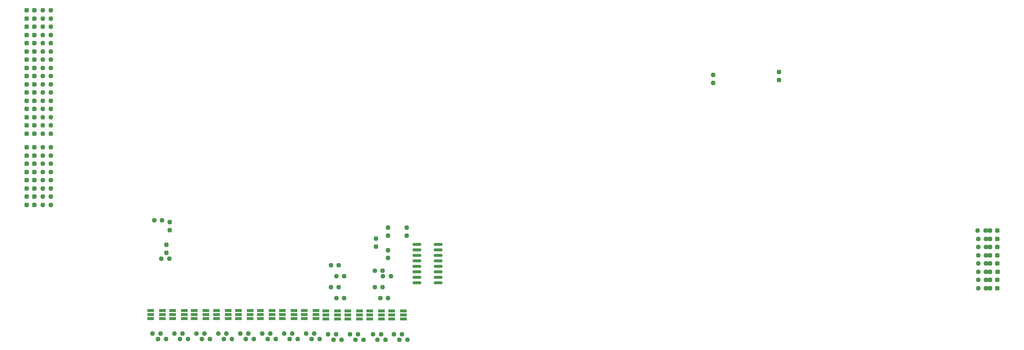
<source format=gbr>
%TF.GenerationSoftware,KiCad,Pcbnew,7.0.5*%
%TF.CreationDate,2024-08-20T05:02:14-04:00*%
%TF.ProjectId,processor_attempt_1,70726f63-6573-4736-9f72-5f617474656d,rev?*%
%TF.SameCoordinates,Original*%
%TF.FileFunction,Paste,Bot*%
%TF.FilePolarity,Positive*%
%FSLAX46Y46*%
G04 Gerber Fmt 4.6, Leading zero omitted, Abs format (unit mm)*
G04 Created by KiCad (PCBNEW 7.0.5) date 2024-08-20 05:02:14*
%MOMM*%
%LPD*%
G01*
G04 APERTURE LIST*
G04 Aperture macros list*
%AMRoundRect*
0 Rectangle with rounded corners*
0 $1 Rounding radius*
0 $2 $3 $4 $5 $6 $7 $8 $9 X,Y pos of 4 corners*
0 Add a 4 corners polygon primitive as box body*
4,1,4,$2,$3,$4,$5,$6,$7,$8,$9,$2,$3,0*
0 Add four circle primitives for the rounded corners*
1,1,$1+$1,$2,$3*
1,1,$1+$1,$4,$5*
1,1,$1+$1,$6,$7*
1,1,$1+$1,$8,$9*
0 Add four rect primitives between the rounded corners*
20,1,$1+$1,$2,$3,$4,$5,0*
20,1,$1+$1,$4,$5,$6,$7,0*
20,1,$1+$1,$6,$7,$8,$9,0*
20,1,$1+$1,$8,$9,$2,$3,0*%
G04 Aperture macros list end*
%ADD10RoundRect,0.237500X0.237500X-0.250000X0.237500X0.250000X-0.237500X0.250000X-0.237500X-0.250000X0*%
%ADD11RoundRect,0.237500X-0.237500X0.250000X-0.237500X-0.250000X0.237500X-0.250000X0.237500X0.250000X0*%
%ADD12RoundRect,0.237500X-0.250000X-0.237500X0.250000X-0.237500X0.250000X0.237500X-0.250000X0.237500X0*%
%ADD13RoundRect,0.237500X-0.287500X-0.237500X0.287500X-0.237500X0.287500X0.237500X-0.287500X0.237500X0*%
%ADD14RoundRect,0.237500X0.250000X0.237500X-0.250000X0.237500X-0.250000X-0.237500X0.250000X-0.237500X0*%
%ADD15R,1.560000X0.650000*%
%ADD16RoundRect,0.237500X0.287500X0.237500X-0.287500X0.237500X-0.287500X-0.237500X0.287500X-0.237500X0*%
%ADD17RoundRect,0.150000X0.825000X0.150000X-0.825000X0.150000X-0.825000X-0.150000X0.825000X-0.150000X0*%
G04 APERTURE END LIST*
D10*
%TO.C,R142*%
X200025000Y-47347500D03*
X200025000Y-49172500D03*
%TD*%
D11*
%TO.C,R141*%
X184785000Y-49807500D03*
X184785000Y-47982500D03*
%TD*%
D12*
%TO.C,R102*%
X56999500Y-90551000D03*
X58824500Y-90551000D03*
%TD*%
%TO.C,R99*%
X55348500Y-81661000D03*
X57173500Y-81661000D03*
%TD*%
D11*
%TO.C,R100*%
X58928000Y-82145500D03*
X58928000Y-83970500D03*
%TD*%
D10*
%TO.C,R101*%
X58166000Y-87352500D03*
X58166000Y-89177500D03*
%TD*%
D12*
%TO.C,r60*%
X29586250Y-44450000D03*
X31411250Y-44450000D03*
%TD*%
%TO.C,r69*%
X29586250Y-68580000D03*
X31411250Y-68580000D03*
%TD*%
D13*
%TO.C,D7*%
X25813750Y-50165000D03*
X27563750Y-50165000D03*
%TD*%
D12*
%TO.C,R10*%
X85447500Y-107950000D03*
X87272500Y-107950000D03*
%TD*%
%TO.C,r73*%
X29586250Y-76200000D03*
X31411250Y-76200000D03*
%TD*%
%TO.C,R48*%
X100673805Y-108059911D03*
X102498805Y-108059911D03*
%TD*%
%TO.C,r52*%
X29586250Y-59690000D03*
X31411250Y-59690000D03*
%TD*%
D13*
%TO.C,D23*%
X25813750Y-76200000D03*
X27563750Y-76200000D03*
%TD*%
D12*
%TO.C,r58*%
X29586250Y-48260000D03*
X31411250Y-48260000D03*
%TD*%
D14*
%TO.C,R9*%
X88542500Y-109220000D03*
X86717500Y-109220000D03*
%TD*%
D12*
%TO.C,R44*%
X110833805Y-108059911D03*
X112658805Y-108059911D03*
%TD*%
D10*
%TO.C,R103*%
X113792000Y-85240500D03*
X113792000Y-83415500D03*
%TD*%
D14*
%TO.C,R5*%
X93622500Y-109220000D03*
X91797500Y-109220000D03*
%TD*%
D15*
%TO.C,Q3*%
X82630000Y-102555000D03*
X82630000Y-103505000D03*
X82630000Y-104455000D03*
X79930000Y-104455000D03*
X79930000Y-103505000D03*
X79930000Y-102555000D03*
%TD*%
D16*
%TO.C,D42*%
X250547432Y-85974948D03*
X248797432Y-85974948D03*
%TD*%
D14*
%TO.C,r94*%
X247923455Y-89787841D03*
X246098455Y-89787841D03*
%TD*%
%TO.C,R45*%
X108848805Y-109329911D03*
X107023805Y-109329911D03*
%TD*%
D12*
%TO.C,r70*%
X29586250Y-70485000D03*
X31411250Y-70485000D03*
%TD*%
D16*
%TO.C,D45*%
X250557000Y-91694000D03*
X248807000Y-91694000D03*
%TD*%
D13*
%TO.C,D19*%
X25813750Y-68580000D03*
X27563750Y-68580000D03*
%TD*%
D12*
%TO.C,R18*%
X75287500Y-107950000D03*
X77112500Y-107950000D03*
%TD*%
%TO.C,r64*%
X29586250Y-36830000D03*
X31411250Y-36830000D03*
%TD*%
D13*
%TO.C,D12*%
X25813750Y-40640000D03*
X27563750Y-40640000D03*
%TD*%
D12*
%TO.C,R24*%
X70207500Y-107950000D03*
X72032500Y-107950000D03*
%TD*%
D14*
%TO.C,r96*%
X247927500Y-93599000D03*
X246102500Y-93599000D03*
%TD*%
D13*
%TO.C,D3*%
X25813750Y-57785000D03*
X27563750Y-57785000D03*
%TD*%
D14*
%TO.C,r95*%
X247941674Y-91685466D03*
X246116674Y-91685466D03*
%TD*%
D12*
%TO.C,r62*%
X29586250Y-40640000D03*
X31411250Y-40640000D03*
%TD*%
D15*
%TO.C,Q11*%
X102856305Y-102664911D03*
X102856305Y-103614911D03*
X102856305Y-104564911D03*
X100156305Y-104564911D03*
X100156305Y-103614911D03*
X100156305Y-102664911D03*
%TD*%
D13*
%TO.C,D14*%
X25813750Y-36830000D03*
X27563750Y-36830000D03*
%TD*%
D12*
%TO.C,R46*%
X106031305Y-108059911D03*
X107856305Y-108059911D03*
%TD*%
D16*
%TO.C,D41*%
X250557000Y-84074000D03*
X248807000Y-84074000D03*
%TD*%
D14*
%TO.C,R41*%
X98067500Y-97155000D03*
X96242500Y-97155000D03*
%TD*%
D12*
%TO.C,R8*%
X90527500Y-107950000D03*
X92352500Y-107950000D03*
%TD*%
D16*
%TO.C,D47*%
X250557000Y-95504000D03*
X248807000Y-95504000D03*
%TD*%
D14*
%TO.C,R47*%
X103768805Y-109329911D03*
X101943805Y-109329911D03*
%TD*%
D12*
%TO.C,r56*%
X29586250Y-52070000D03*
X31411250Y-52070000D03*
%TD*%
D14*
%TO.C,R49*%
X98688805Y-109329911D03*
X96863805Y-109329911D03*
%TD*%
D12*
%TO.C,R35*%
X108307500Y-94615000D03*
X110132500Y-94615000D03*
%TD*%
D14*
%TO.C,R42*%
X98067500Y-92075000D03*
X96242500Y-92075000D03*
%TD*%
D13*
%TO.C,D13*%
X25813750Y-38735000D03*
X27563750Y-38735000D03*
%TD*%
D12*
%TO.C,r61*%
X29586250Y-42545000D03*
X31411250Y-42545000D03*
%TD*%
D15*
%TO.C,Q4*%
X77550000Y-102555000D03*
X77550000Y-103505000D03*
X77550000Y-104455000D03*
X74850000Y-104455000D03*
X74850000Y-103505000D03*
X74850000Y-102555000D03*
%TD*%
%TO.C,Q12*%
X97776305Y-102664911D03*
X97776305Y-103614911D03*
X97776305Y-104564911D03*
X95076305Y-104564911D03*
X95076305Y-103614911D03*
X95076305Y-102664911D03*
%TD*%
D14*
%TO.C,R17*%
X78382500Y-109220000D03*
X76557500Y-109220000D03*
%TD*%
D13*
%TO.C,D21*%
X25813750Y-72390000D03*
X27563750Y-72390000D03*
%TD*%
D12*
%TO.C,r74*%
X29586250Y-78105000D03*
X31411250Y-78105000D03*
%TD*%
%TO.C,R40*%
X97512500Y-99695000D03*
X99337500Y-99695000D03*
%TD*%
D15*
%TO.C,Q5*%
X72470000Y-102555000D03*
X72470000Y-103505000D03*
X72470000Y-104455000D03*
X69770000Y-104455000D03*
X69770000Y-103505000D03*
X69770000Y-102555000D03*
%TD*%
D13*
%TO.C,D2*%
X25813750Y-59690000D03*
X27563750Y-59690000D03*
%TD*%
D10*
%TO.C,R105*%
X106680000Y-87780500D03*
X106680000Y-85955500D03*
%TD*%
D12*
%TO.C,R32*%
X60047500Y-107950000D03*
X61872500Y-107950000D03*
%TD*%
D16*
%TO.C,D46*%
X250576134Y-93601628D03*
X248826134Y-93601628D03*
%TD*%
D15*
%TO.C,Q2*%
X87710000Y-102555000D03*
X87710000Y-103505000D03*
X87710000Y-104455000D03*
X85010000Y-104455000D03*
X85010000Y-103505000D03*
X85010000Y-102555000D03*
%TD*%
D14*
%TO.C,r97*%
X247927500Y-95504000D03*
X246102500Y-95504000D03*
%TD*%
D12*
%TO.C,r59*%
X29586250Y-46355000D03*
X31411250Y-46355000D03*
%TD*%
%TO.C,r55*%
X29586250Y-53975000D03*
X31411250Y-53975000D03*
%TD*%
%TO.C,r72*%
X29586250Y-74295000D03*
X31411250Y-74295000D03*
%TD*%
D16*
%TO.C,D48*%
X250566567Y-97409560D03*
X248816567Y-97409560D03*
%TD*%
D13*
%TO.C,D20*%
X25813750Y-70485000D03*
X27563750Y-70485000D03*
%TD*%
%TO.C,D9*%
X25813750Y-46355000D03*
X27563750Y-46355000D03*
%TD*%
D12*
%TO.C,r57*%
X29586250Y-50165000D03*
X31411250Y-50165000D03*
%TD*%
D15*
%TO.C,Q10*%
X107936305Y-102664911D03*
X107936305Y-103614911D03*
X107936305Y-104564911D03*
X105236305Y-104564911D03*
X105236305Y-103614911D03*
X105236305Y-102664911D03*
%TD*%
D13*
%TO.C,D18*%
X25813750Y-66675000D03*
X27563750Y-66675000D03*
%TD*%
D15*
%TO.C,Q6*%
X67310000Y-102555000D03*
X67310000Y-103505000D03*
X67310000Y-104455000D03*
X64610000Y-104455000D03*
X64610000Y-103505000D03*
X64610000Y-102555000D03*
%TD*%
%TO.C,Q9*%
X113016305Y-102664911D03*
X113016305Y-103614911D03*
X113016305Y-104564911D03*
X110316305Y-104564911D03*
X110316305Y-103614911D03*
X110316305Y-102664911D03*
%TD*%
D17*
%TO.C,U51*%
X121093000Y-87249000D03*
X121093000Y-88519000D03*
X121093000Y-89789000D03*
X121093000Y-91059000D03*
X121093000Y-92329000D03*
X121093000Y-93599000D03*
X121093000Y-94869000D03*
X121093000Y-96139000D03*
X116143000Y-96139000D03*
X116143000Y-94869000D03*
X116143000Y-93599000D03*
X116143000Y-92329000D03*
X116143000Y-91059000D03*
X116143000Y-89789000D03*
X116143000Y-88519000D03*
X116143000Y-87249000D03*
%TD*%
D14*
%TO.C,R38*%
X108227500Y-93345000D03*
X106402500Y-93345000D03*
%TD*%
D13*
%TO.C,D6*%
X25813750Y-52070000D03*
X27563750Y-52070000D03*
%TD*%
D14*
%TO.C,r91*%
X247800500Y-84074000D03*
X245975500Y-84074000D03*
%TD*%
D13*
%TO.C,D5*%
X25813750Y-53975000D03*
X27563750Y-53975000D03*
%TD*%
D10*
%TO.C,R106*%
X109512536Y-90428916D03*
X109512536Y-88603916D03*
%TD*%
D12*
%TO.C,r68*%
X29586250Y-66675000D03*
X31411250Y-66675000D03*
%TD*%
D15*
%TO.C,Q1*%
X92790000Y-102555000D03*
X92790000Y-103505000D03*
X92790000Y-104455000D03*
X90090000Y-104455000D03*
X90090000Y-103505000D03*
X90090000Y-102555000D03*
%TD*%
D12*
%TO.C,R16*%
X80367500Y-107950000D03*
X82192500Y-107950000D03*
%TD*%
D14*
%TO.C,R37*%
X108227500Y-97155000D03*
X106402500Y-97155000D03*
%TD*%
%TO.C,r98*%
X247927500Y-97409000D03*
X246102500Y-97409000D03*
%TD*%
D13*
%TO.C,D17*%
X25813750Y-64770000D03*
X27563750Y-64770000D03*
%TD*%
D12*
%TO.C,r67*%
X29586250Y-64770000D03*
X31411250Y-64770000D03*
%TD*%
%TO.C,r63*%
X29586250Y-38735000D03*
X31411250Y-38735000D03*
%TD*%
D13*
%TO.C,D16*%
X25813750Y-33020000D03*
X27563750Y-33020000D03*
%TD*%
D15*
%TO.C,Q7*%
X62310000Y-102555000D03*
X62310000Y-103505000D03*
X62310000Y-104455000D03*
X59610000Y-104455000D03*
X59610000Y-103505000D03*
X59610000Y-102555000D03*
%TD*%
D13*
%TO.C,D24*%
X25813750Y-78105000D03*
X27563750Y-78105000D03*
%TD*%
D12*
%TO.C,R26*%
X65127500Y-107950000D03*
X66952500Y-107950000D03*
%TD*%
D15*
%TO.C,Q8*%
X57230000Y-102555000D03*
X57230000Y-103505000D03*
X57230000Y-104455000D03*
X54530000Y-104455000D03*
X54530000Y-103505000D03*
X54530000Y-102555000D03*
%TD*%
D13*
%TO.C,D10*%
X25813750Y-44450000D03*
X27563750Y-44450000D03*
%TD*%
D12*
%TO.C,r71*%
X29586250Y-72390000D03*
X31411250Y-72390000D03*
%TD*%
%TO.C,r53*%
X29586250Y-57785000D03*
X31411250Y-57785000D03*
%TD*%
D13*
%TO.C,D11*%
X25813750Y-42545000D03*
X27563750Y-42545000D03*
%TD*%
D14*
%TO.C,r93*%
X247923885Y-87889786D03*
X246098885Y-87889786D03*
%TD*%
D13*
%TO.C,D22*%
X25813750Y-74295000D03*
X27563750Y-74295000D03*
%TD*%
D14*
%TO.C,R43*%
X113928805Y-109329911D03*
X112103805Y-109329911D03*
%TD*%
D16*
%TO.C,D44*%
X250557000Y-89790680D03*
X248807000Y-89790680D03*
%TD*%
%TO.C,D43*%
X250557000Y-87884000D03*
X248807000Y-87884000D03*
%TD*%
D14*
%TO.C,R25*%
X68222500Y-109220000D03*
X66397500Y-109220000D03*
%TD*%
D13*
%TO.C,D8*%
X25813750Y-48260000D03*
X27563750Y-48260000D03*
%TD*%
D12*
%TO.C,R50*%
X95593805Y-108059911D03*
X97418805Y-108059911D03*
%TD*%
%TO.C,r65*%
X29586250Y-34925000D03*
X31411250Y-34925000D03*
%TD*%
D13*
%TO.C,D15*%
X25813750Y-34925000D03*
X27563750Y-34925000D03*
%TD*%
D14*
%TO.C,r92*%
X247927500Y-85979000D03*
X246102500Y-85979000D03*
%TD*%
D12*
%TO.C,r66*%
X29586250Y-33020000D03*
X31411250Y-33020000D03*
%TD*%
D13*
%TO.C,D1*%
X25813750Y-61595000D03*
X27563750Y-61595000D03*
%TD*%
D12*
%TO.C,r51*%
X29586250Y-61595000D03*
X31411250Y-61595000D03*
%TD*%
D13*
%TO.C,D4*%
X25813750Y-55880000D03*
X27563750Y-55880000D03*
%TD*%
D14*
%TO.C,R33*%
X58062500Y-109220000D03*
X56237500Y-109220000D03*
%TD*%
D12*
%TO.C,r54*%
X29586250Y-55880000D03*
X31411250Y-55880000D03*
%TD*%
%TO.C,R39*%
X97512500Y-94615000D03*
X99337500Y-94615000D03*
%TD*%
D14*
%TO.C,R23*%
X73302500Y-109220000D03*
X71477500Y-109220000D03*
%TD*%
D10*
%TO.C,R104*%
X109474000Y-85240500D03*
X109474000Y-83415500D03*
%TD*%
D12*
%TO.C,R36*%
X107672500Y-99695000D03*
X109497500Y-99695000D03*
%TD*%
D14*
%TO.C,R31*%
X63142500Y-109220000D03*
X61317500Y-109220000D03*
%TD*%
%TO.C,R15*%
X83462500Y-109220000D03*
X81637500Y-109220000D03*
%TD*%
D12*
%TO.C,R34*%
X54967500Y-107950000D03*
X56792500Y-107950000D03*
%TD*%
M02*

</source>
